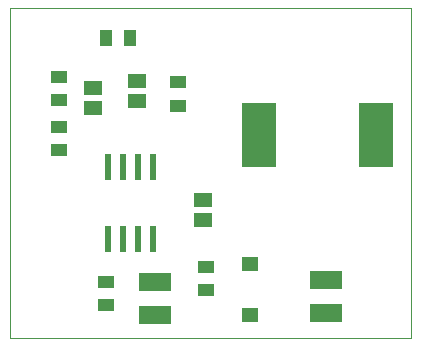
<source format=gtp>
G75*
%MOIN*%
%OFA0B0*%
%FSLAX25Y25*%
%IPPOS*%
%LPD*%
%AMOC8*
5,1,8,0,0,1.08239X$1,22.5*
%
%ADD10C,0.00000*%
%ADD11R,0.10630X0.06299*%
%ADD12R,0.05906X0.05118*%
%ADD13R,0.05787X0.05000*%
%ADD14R,0.11417X0.21260*%
%ADD15R,0.05512X0.04331*%
%ADD16R,0.04331X0.05512*%
%ADD17R,0.01969X0.08661*%
D10*
X0004162Y0004162D02*
X0004162Y0114123D01*
X0137863Y0114123D01*
X0137863Y0004162D01*
X0004162Y0004162D01*
D11*
X0052391Y0011839D03*
X0052391Y0022863D03*
X0109359Y0023532D03*
X0109359Y0012509D03*
D12*
X0068611Y0043316D03*
X0068611Y0050009D03*
X0031662Y0080816D03*
X0031662Y0087509D03*
X0046524Y0089871D03*
X0046524Y0083178D03*
D13*
X0084162Y0028729D03*
X0084162Y0011800D03*
D14*
X0087174Y0071662D03*
X0126150Y0071662D03*
D15*
X0069438Y0027824D03*
X0069438Y0019950D03*
X0036170Y0022824D03*
X0036170Y0014950D03*
X0020619Y0066682D03*
X0020619Y0074556D03*
X0020619Y0083276D03*
X0020619Y0091150D03*
X0060206Y0089280D03*
X0060206Y0081406D03*
D16*
X0044143Y0104024D03*
X0036269Y0104024D03*
D17*
X0036702Y0061162D03*
X0041702Y0061162D03*
X0046702Y0061162D03*
X0051662Y0061162D03*
X0051662Y0037162D03*
X0046662Y0037162D03*
X0041662Y0037162D03*
X0036662Y0037162D03*
M02*

</source>
